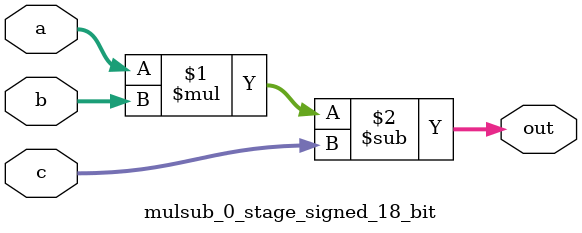
<source format=sv>
(* use_dsp = "yes" *) module mulsub_0_stage_signed_18_bit(
	input signed [17:0] a,
	input signed [17:0] b,
	input signed [17:0] c,
	output [17:0] out
	);

	assign out = (a * b) - c;
endmodule

</source>
